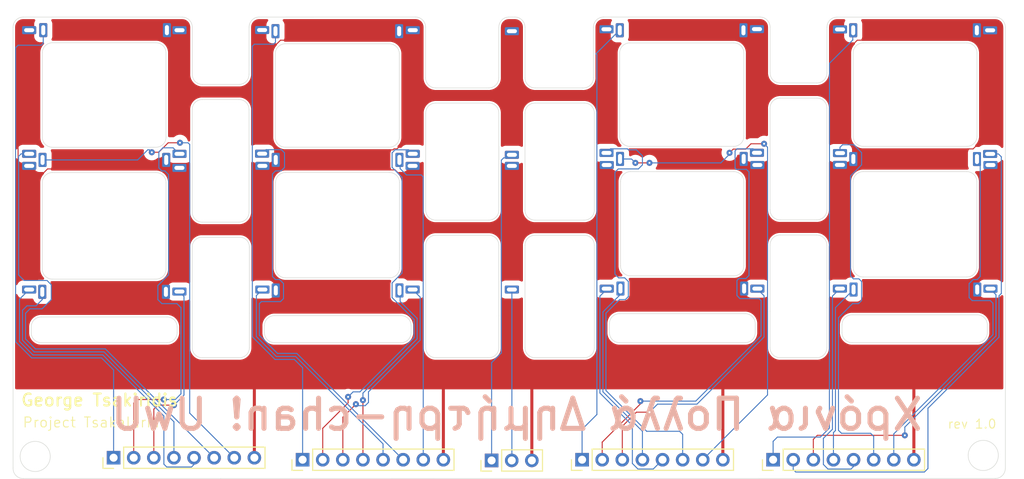
<source format=kicad_pcb>
(kicad_pcb (version 20240108) (generator "pcbnew") (generator_version "8.0")
  (layers (0 "F.Cu" signal) (31 "B.Cu" signal) (34 "B.Paste" user) (35 "F.Paste" user) (36 "B.SilkS" user "B.Silkscreen") (37 "F.SilkS" user "F.Silkscreen") (38 "B.Mask" user) (39 "F.Mask" user) (44 "Edge.Cuts" user))
  (net 0 "")
  (net 1 "Net-(A1-K)")
  (net 2 "Net-(A1-A)")
  (net 3 "Net-(A2-K)")
  (net 4 "Net-(A3-K)")
  (net 5 "Net-(A4-K)")
  (net 6 "Net-(B1-K)")
  (net 7 "Net-(B2-K)")
  (net 8 "Net-(B3-K)")
  (net 9 "Net-(B4-K)")
  (net 10 "Net-(C1-K)")
  (net 11 "Net-(C2-K)")
  (net 12 "Net-(C3-K)")
  (net 13 "Net-(C4-K)")
  (net 14 "Net-(D1-K)")
  (net 15 "Net-(D2-K)")
  (net 16 "Net-(D3-K)")
  (net 17 "Net-(D4-K)")
  (net 18 "Net-(E1-K)")
  (net 19 "Net-(E2-K)")
  (net 20 "Net-(E3-K)")
  (net 21 "Net-(E4-K)")
  (net 22 "Net-(F1-K)")
  (net 23 "Net-(F2-K)")
  (net 24 "Net-(F3-K)")
  (net 25 "Net-(F4-K)")
  (net 26 "Net-(G1-K)")
  (net 27 "Net-(G2-K)")
  (net 28 "Net-(G3-K)")
  (net 29 "Net-(G4-K)")
  (net 30 "Net-(J5-Pin_1)")
  (net 31 "Net-(J5-Pin_2)")
  (footprint "Custom Parts:LED Filament 12.3mm" (layer "F.Cu") (at 111.9404 75.7 90)
    (property "Reference" "C2" (hide yes))
    (property "Value" "LED" (hide yes))
  )
  (footprint "Connector_PinHeader_2.00mm:PinHeader_1x08_P2.00mm_Vertical" (layer "F.Cu") (at 82.2 98.4276 90)
    (property "Reference" "J1" (hide yes))
    (property "Value" "Conn_01x08_Pin" (hide yes))
  )
  (footprint "Custom Parts:LED Filament 12.3mm" (layer "F.Cu") (at 97 75.6994 90)
    (property "Reference" "E2" (hide yes))
    (property "Value" "LED" (hide yes))
  )
  (footprint "Custom Parts:LED Filament 12.3mm" (layer "F.Cu") (at 146.23219 75.611648 90)
    (property "Reference" "C3" (hide yes))
    (property "Value" "LED" (hide yes))
  )
  (footprint "Connector_PinHeader_2.00mm:PinHeader_1x03_P2.00mm_Vertical" (layer "F.Cu") (at 119.8 98.7 90)
    (property "Reference" "J5" (hide yes))
    (property "Value" "Conn_01x04_Pin" (hide yes))
  )
  (footprint "Custom Parts:LED Filament 12.3mm" (layer "F.Cu") (at 121.8145 62.3 90)
    (property "Reference" "P1" (hide yes))
    (property "Value" "LED" (hide yes))
  )
  (footprint "Connector_PinHeader_2.00mm:PinHeader_1x08_P2.00mm_Vertical" (layer "F.Cu") (at 101 98.6276 90)
    (property "Reference" "J2" (hide yes))
    (property "Value" "Conn_01x08_Pin" (hide yes))
  )
  (footprint "Custom Parts:LED Filament 12.3mm" (layer "F.Cu") (at 161.8 81.7)
    (property "Reference" "D4" (hide yes))
    (property "Value" "LED" (hide yes))
  )
  (footprint "Custom Parts:LED Filament 12.3mm" (layer "F.Cu") (at 73.8 75.7 90)
    (property "Reference" "E1" (hide yes))
    (property "Value" "LED" (hide yes))
  )
  (footprint "Custom Parts:LED Filament 12.3mm" (layer "F.Cu") (at 81.2028 55.8984)
    (property "Reference" "A1" (hide yes))
    (property "Value" "LED" (hide yes))
  )
  (footprint "Custom Parts:LED Filament 12.3mm" (layer "F.Cu") (at 131.2249 62.1088 90)
    (property "Reference" "F3" (hide yes))
    (property "Value" "LED" (hide yes))
  )
  (footprint "Custom Parts:LED Filament 12.3mm" (layer "F.Cu") (at 162.077242 68.717769 180)
    (property "Reference" "G4" (hide yes))
    (property "Value" "LED" (hide yes))
  )
  (footprint "Custom Parts:LED Filament 12.3mm" (layer "F.Cu") (at 131.247454 75.613505 90)
    (property "Reference" "E3" (hide yes))
    (property "Value" "LED" (hide yes))
  )
  (footprint "Custom Parts:LED Filament 12.3mm" (layer "F.Cu") (at 104.3 56)
    (property "Reference" "A2" (hide yes))
    (property "Value" "LED" (hide yes))
  )
  (footprint "Custom Parts:LED Filament 12.3mm" (layer "F.Cu") (at 73.8 62.2 90)
    (property "Reference" "F1" (hide yes))
    (property "Value" "LED" (hide yes))
  )
  (footprint "Custom Parts:LED Filament 12.3mm" (layer "F.Cu") (at 161.765764 55.90993)
    (property "Reference" "A4" (hide yes))
    (property "Value" "LED" (hide yes))
  )
  (footprint "Connector_PinHeader_2.00mm:PinHeader_1x08_P2.00mm_Vertical" (layer "F.Cu") (at 147.8 98.6276 90)
    (property "Reference" "J4" (hide yes))
    (property "Value" "Conn_01x08_Pin" (hide yes))
  )
  (footprint "Custom Parts:LED Filament 12.3mm" (layer "F.Cu") (at 138.547876 55.910678)
    (property "Reference" "A3" (hide yes))
    (property "Value" "LED" (hide yes))
  )
  (footprint "Custom Parts:LED Filament 12.3mm" (layer "F.Cu") (at 81.1042 81.9271)
    (property "Reference" "D1" (hide yes))
    (property "Value" "LED" (hide yes))
  )
  (footprint "Custom Parts:LED Filament 12.3mm" (layer "F.Cu") (at 111.956307 62.199032 90)
    (property "Reference" "B2" (hide yes))
    (property "Value" "LED" (hide yes))
  )
  (footprint "Custom Parts:LED Filament 12.3mm" (layer "F.Cu") (at 96.9697 62.1869 90)
    (property "Reference" "F2" (hide yes))
    (property "Value" "LED" (hide yes))
  )
  (footprint "Custom Parts:LED Filament 12.3mm" (layer "F.Cu") (at 138.57167 68.709373)
    (property "Reference" "G3" (hide yes))
    (property "Value" "LED" (hide yes))
  )
  (footprint "Custom Parts:LED Filament 12.3mm" (layer "F.Cu") (at 88.756307 62.202271 90)
    (property "Reference" "B1" (hide yes))
    (property "Value" "LED" (hide yes))
  )
  (footprint "Custom Parts:LED Filament 12.3mm" (layer "F.Cu") (at 138.6145 81.6)
    (property "Reference" "D3" (hide yes))
    (property "Value" "LED" (hide yes))
  )
  (footprint "Custom Parts:LED Filament 12.3mm" (layer "F.Cu") (at 81.1325 68.8066)
    (property "Reference" "G1" (hide yes))
    (property "Value" "LED" (hide yes))
  )
  (footprint "Custom Parts:LED Filament 12.3mm" (layer "F.Cu") (at 88.745142 75.897875 90)
    (property "Reference" "C1" (hide yes))
    (property "Value" "LED" (hide yes))
  )
  (footprint "Connector_PinHeader_2.00mm:PinHeader_1x08_P2.00mm_Vertical" (layer "F.Cu") (at 128.8 98.6276 90)
    (property "Reference" "J3" (hide yes))
    (property "Value" "Conn_01x08_Pin" (hide yes))
  )
  (footprint "Custom Parts:LED Filament 12.3mm" (layer "F.Cu") (at 154.445 75.6056 90)
    (property "Reference" "E4" (hide yes))
    (property "Value" "LED" (hide yes))
  )
  (footprint "Custom Parts:LED Filament 12.3mm" (layer "F.Cu") (at 154.4517 62.1248 90)
    (property "Reference" "F4" (hide yes))
    (property "Value" "LED" (hide yes))
  )
  (footprint "Custom Parts:LED Filament 12.3mm" (layer "F.Cu") (at 169.3831 62.2116 90)
    (property "Reference" "B4" (hide yes))
    (property "Value" "LED" (hide yes))
  )
  (footprint "Custom Parts:LED Filament 12.3mm" (layer "F.Cu") (at 169.418845 75.613505 90)
    (property "Reference" "C4" (hide yes))
    (property "Value" "LED" (hide yes))
  )
  (footprint "Custom Parts:LED Filament 12.3mm" (layer "F.Cu") (at 104.633978 81.789802 180)
    (property "Reference" "D2" (hide yes))
    (property "Value" "LED" (hide yes))
  )
  (footprint "Custom Parts:LED Filament 12.3mm" (layer "F.Cu") (at 104.628395 68.805582 180)
    (property "Reference" "G2" (hide yes))
    (property "Value" "LED" (hide yes))
  )
  (footprint "Custom Parts:LED Filament 12.3mm" (layer "F.Cu") (at 121.8145 75.7 90)
    (property "Reference" "P2" (hide yes))
    (property "Value" "LED" (hide yes))
  )
  (footprint "Custom Parts:LED Filament 12.3mm" (layer "F.Cu") (at 146.194 62.0968 90)
    (property "Reference" "B3" (hide yes))
    (property "Value" "LED" (hide yes))
  )
  (gr_arc (start 156.753352 80.453237) (mid 156.049954 80.164016) (end 155.753307 79.463718) (stroke (width 0.05)) (layer "Edge.Cuts"))
  (gr_arc (start 120.518208 73.797535) (mid 120.228967 74.501034) (end 119.52854 74.797635) (stroke (width 0.05)) (layer "Edge.Cuts"))
  (gr_line (start 133.536152 67.456529) (end 143.890352 67.456529) (stroke (width 0.05)) (layer "Edge.Cuts"))
  (gr_line (start 168.067989 79.453235) (end 168.067989 70.96278) (stroke (width 0.05)) (layer "Edge.Cuts"))
  (gr_line (start 95.673478 73.997635) (end 95.673478 63.797635) (stroke (width 0.05)) (layer "Edge.Cuts"))
  (gr_line (start 131.518208 85.097635) (end 131.518208 85.982435) (stroke (width 0.05)) (layer "Edge.Cuts"))
  (gr_line (start 109.624052 57.253734) (end 99.277288 57.253734) (stroke (width 0.05)) (layer "Edge.Cuts"))
  (gr_line (start 133.623652 80.339399) (end 143.895376 80.339399) (stroke (width 0.05)) (layer "Edge.Cuts"))
  (gr_arc (start 170.892893 99.492893) (mid 170.6 100.2) (end 169.892893 100.492893) (stroke (width 0.05)) (layer "Edge.Cuts"))
  (gr_line (start 99.308652 80.535394) (end 109.639352 80.535394) (stroke (width 0.05)) (layer "Edge.Cuts"))
  (gr_arc (start 75.109334 58.154135) (mid 75.400114 57.44914) (end 76.103352 57.154135) (stroke (width 0.05)) (layer "Edge.Cuts"))
  (gr_line (start 152.148752 62.653662) (end 148.494511 62.653662) (stroke (width 0.05)) (layer "Edge.Cuts"))
  (gr_line (start 72.2 99.45) (end 72.2 55.6) (stroke (width 0.05)) (layer "Edge.Cuts"))
  (gr_line (start 145.018252 84.097635) (end 132.518208 84.097635) (stroke (width 0.05)) (layer "Edge.Cuts"))
  (gr_line (start 98.308557 71.056635) (end 98.308557 79.54656) (stroke (width 0.05)) (layer "Edge.Cuts"))
  (gr_arc (start 87.41523 79.663735) (mid 87.122335 80.370834) (end 86.41523 80.663738) (stroke (width 0.05)) (layer "Edge.Cuts"))
  (gr_line (start 124.118252 74.797635) (end 128.9 74.797635) (stroke (width 0.05)) (layer "Edge.Cuts"))
  (gr_line (start 86.415252 70.065265) (end 76.100853 70.065265) (stroke (width 0.05)) (layer "Edge.Cuts"))
  (gr_line (start 90.023626 55.8) (end 90.023626 55.599983) (stroke (width 0.05)) (layer "Edge.Cuts"))
  (gr_arc (start 132.518252 86.982497) (mid 131.811137 86.68958) (end 131.51829 85.982435) (stroke (width 0.05)) (layer "Edge.Cuts"))
  (gr_arc (start 113.244113 77.297635) (mid 113.53701 76.59055) (end 114.244113 76.297635) (stroke (width 0.05)) (layer "Edge.Cuts"))
  (gr_arc (start 130.018208 73.797535) (mid 129.728967 74.501034) (end 129.02854 74.797635) (stroke (width 0.05)) (layer "Edge.Cuts"))
  (gr_arc (start 94.743752 76.497635) (mid 95.422575 76.778812) (end 95.703752 77.457635) (stroke (width 0.05)) (layer "Edge.Cuts"))
  (gr_line (start 148.494552 88.482497) (end 152.148702 88.482497) (stroke (width 0.05)) (layer "Edge.Cuts"))
  (gr_line (start 96.671425 54.598088) (end 112.231315 54.596027) (stroke (width 0.05)) (layer "Edge.Cuts"))
  (gr_arc (start 109.639352 70.05666) (mid 110.344258 70.34737) (end 110.639308 71.050471) (stroke (width 0.05)) (layer "Edge.Cuts"))
  (gr_arc (start 94.673452 62.797635) (mid 95.380559 63.090528) (end 95.673452 63.797635) (stroke (width 0.05)) (layer "Edge.Cuts"))
  (gr_arc (start 95.673478 73.997635) (mid 95.383122 74.702206) (end 94.680663 74.997635) (stroke (width 0.05)) (layer "Edge.Cuts"))
  (gr_arc (start 73.207107 100.5) (mid 72.479651 100.189755) (end 72.2 99.45) (stroke (width 0.05)) (layer "Edge.Cuts"))
  (gr_line (start 123.118208 64.147635) (end 123.118208 73.808023) (stroke (width 0.05)) (layer "Edge.Cuts"))
  (gr_line (start 147.494511 77.272035) (end 147.494511 83.868426) (stroke (width 0.05)) (layer "Edge.Cuts"))
  (gr_line (start 76.106852 80.663738) (end 86.41523 80.663738) (stroke (width 0.05)) (layer "Edge.Cuts"))
  (gr_line (start 75.109334 58.154135) (end 75.109334 66.546135) (stroke (width 0.05)) (layer "Edge.Cuts"))
  (gr_arc (start 168.079844 66.456135) (mid 167.786944 67.163204) (end 167.079844 67.45609) (stroke (width 0.05)) (layer "Edge.Cuts"))
  (gr_arc (start 120.518208 60.634735) (mid 120.225277 61.347226) (end 119.515907 61.647635) (stroke (width 0.05)) (layer "Edge.Cuts"))
  (gr_arc (start 132.536028 58.168435) (mid 132.828926 57.461355) (end 133.536028 57.168465) (stroke (width 0.05)) (layer "Edge.Cuts"))
  (gr_line (start 95.673478 60.297635) (end 95.675603 55.596035) (stroke (width 0.05)) (layer "Edge.Cuts"))
  (gr_arc (start 131.518208 85.097635) (mid 131.811105 84.390548) (end 132.518208 84.097635) (stroke (width 0.05)) (layer "Edge.Cuts"))
  (gr_line (start 91.023652 61.297635) (end 94.680663 61.297635) (stroke (width 0.05)) (layer "Edge.Cuts"))
  (gr_circle (center 74.4 98.3) (end 75.9 98.3) (stroke (width 0.05)) (fill none) (layer "Edge.Cuts"))
  (gr_arc (start 120.521399 55.596035) (mid 120.806923 54.897642) (end 121.5 54.599445) (stroke (width 0.05)) (layer "Edge.Cuts"))
  (gr_arc (start 133.536152 67.456529) (mid 132.833109 67.167755) (end 132.536028 66.468182) (stroke (width 0.05)) (layer "Edge.Cuts"))
  (gr_circle (center 168.7 98.2) (end 170.2 98.2) (stroke (width 0.05)) (fill none) (layer "Edge.Cuts"))
  (gr_arc (start 124.118252 74.797635) (mid 123.414822 74.508382) (end 123.118208 73.808023) (stroke (width 0.05)) (layer "Edge.Cuts"))
  (gr_line (start 147.497727 55.596016) (end 147.497727 60.153635) (stroke (width 0.05)) (layer "Edge.Cuts"))
  (gr_line (start 130.925627 54.596032) (end 146.5 54.596029) (stroke (width 0.05)) (layer "Edge.Cuts"))
  (gr_line (start 113.244113 64.147635) (end 113.244113 64.25) (stroke (width 0.05)) (layer "Edge.Cuts"))
  (gr_arc (start 168.067989 79.453235) (mid 167.775092 80.16032) (end 167.067989 80.453237) (stroke (width 0.05)) (layer "Edge.Cuts"))
  (gr_line (start 92.861102 100.5) (end 73.207107 100.5) (stroke (width 0.05)) (layer "Edge.Cuts"))
  (gr_line (start 94.673452 62.797635) (end 91.01388 62.797635) (stroke (width 0.05)) (layer "Edge.Cuts"))
  (gr_arc (start 124.131152 61.647635) (mid 123.41863 61.354692) (end 123.118208 60.645291) (stroke (width 0.05)) (layer "Edge.Cuts"))
  (gr_line (start 90.023626 55.8) (end 90.023626 60.297635) (stroke (width 0.05)) (layer "Edge.Cuts"))
  (gr_line (start 144.889037 79.339435) (end 144.889037 70.964905) (stroke (width 0.05)) (layer "Edge.Cuts"))
  (gr_line (start 88.518342 85.982535) (end 88.518342 85.424735) (stroke (width 0.05)) (layer "Edge.Cuts"))
  (gr_arc (start 86.415252 70.065265) (mid 87.122348 70.35816) (end 87.41523 71.065265) (stroke (width 0.05)) (layer "Edge.Cuts"))
  (gr_arc (start 119.518252 63.147635) (mid 120.225323 63.440534) (end 120.518208 64.147635) (stroke (width 0.05)) (layer "Edge.Cuts"))
  (gr_arc (start 130.018208 87.482535) (mid 129.725312 88.189626) (end 129.018208 88.482497) (stroke (width 0.05)) (layer "Edge.Cuts"))
  (gr_arc (start 72.2 55.6) (mid 72.492893 54.892893) (end 73.2 54.6) (stroke (width 0.05)) (layer "Edge.Cuts"))
  (gr_arc (start 148.497752 61.153662) (mid 147.790626 60.860761) (end 147.497727 60.153635) (stroke (width 0.05)) (layer "Edge.Cuts"))
  (gr_line (start 148.494552 74.772059) (end 152.148652 74.772059) (stroke (width 0.05)) (layer "Edge.Cuts"))
  (gr_line (start 98.280745 58.253735) (end 98.280745 66.541535) (stroke (width 0.05)) (layer "Edge.Cuts"))
  (gr_line (start 168.079844 66.456135) (end 168.079844 58.168904) (stroke (width 0.05)) (layer "Edge.Cuts"))
  (gr_line (start 74.003752 85.424735) (end 74.003752 85.99348) (stroke (width 0.05)) (layer "Edge.Cuts"))
  (gr_line (start 170.9 55.603209) (end 170.9 99.492893) (stroke (width 0.05)) (layer "Edge.Cuts"))
  (gr_line (start 114.244252 61.647635) (end 119.515907 61.647635) (stroke (width 0.05)) (layer "Edge.Cuts"))
  (gr_line (start 99.280752 67.541536) (end 109.624048 67.541536) (stroke (width 0.05)) (layer "Edge.Cuts"))
  (gr_line (start 123.118208 77.297635) (end 123.11829 87.482435) (stroke (width 0.05)) (layer "Edge.Cuts"))
  (gr_arc (start 120.518208 87.482535) (mid 120.225312 88.189626) (end 119.518208 88.482497) (stroke (width 0.05)) (layer "Edge.Cuts"))
  (gr_line (start 109.639352 70.05666) (end 99.302228 70.05666) (stroke (width 0.05)) (layer "Edge.Cuts"))
  (gr_line (start 92.861102 100.5) (end 169.9 100.492893) (stroke (width 0.05)) (layer "Edge.Cuts"))
  (gr_line (start 153.148702 73.772035) (end 153.148702 63.646853) (stroke (width 0.05)) (layer "Edge.Cuts"))
  (gr_arc (start 132.623682 70.970835) (mid 132.912479 70.267779) (end 133.61209 69.970733) (stroke (width 0.05)) (layer "Edge.Cuts"))
  (gr_arc (start 148.494552 88.482497) (mid 147.787437 88.18958) (end 147.49459 87.482435) (stroke (width 0.05)) (layer "Edge.Cuts"))
  (gr_arc (start 147.494511 63.653635) (mid 147.787408 62.946549) (end 148.494511 62.653662) (stroke (width 0.05)) (layer "Edge.Cuts"))
  (gr_line (start 110.792852 84.294419) (end 98.203752 84.294435) (stroke (width 0.05)) (layer "Edge.Cuts"))
  (gr_line (start 143.890352 57.168465) (end 133.536028 57.168465) (stroke (width 0.05)) (layer "Edge.Cuts"))
  (gr_line (start 111.792886 85.982535) (end 111.792886 85.294435) (stroke (width 0.05)) (layer "Edge.Cuts"))
  (gr_arc (start 155.648652 86.982497) (mid 154.941559 86.689601) (end 154.648702 85.982497) (stroke (width 0.05)) (layer "Edge.Cuts"))
  (gr_line (start 76.109352 67.546153) (end 86.412752 67.546153) (stroke (width 0.05)) (layer "Edge.Cuts"))
  (gr_arc (start 129.018252 76.297635) (mid 129.725323 76.590534) (end 130.018208 77.297635) (stroke (width 0.05)) (layer "Edge.Cuts"))
  (gr_arc (start 97.203752 85.294435) (mid 97.496645 84.587328) (end 98.203752 84.294435) (stroke (width 0.05)) (layer "Edge.Cuts"))
  (gr_line (start 154.151849 54.603209) (end 169.892896 54.603209) (stroke (width 0.05)) (layer "Edge.Cuts"))
  (gr_line (start 132.536028 58.168435) (end 132.536028 66.468182) (stroke (width 0.05)) (layer "Edge.Cuts"))
  (gr_arc (start 114.244152 61.647635) (mid 113.531926 61.354885) (end 113.231315 60.645941) (stroke (width 0.05)) (layer "Edge.Cuts"))
  (gr_line (start 91.018452 88.482497) (end 94.703752 88.482497) (stroke (width 0.05)) (layer "Edge.Cuts"))
  (gr_arc (start 167.067952 69.971757) (mid 167.771876 70.261508) (end 168.067989 70.96278) (stroke (width 0.05)) (layer "Edge.Cuts"))
  (gr_line (start 90.018342 84.053215) (end 90.018342 87.492534) (stroke (width 0.05)) (layer "Edge.Cuts"))
  (gr_line (start 129.02854 74.797635) (end 128.9 74.797635) (stroke (width 0.05)) (layer "Edge.Cuts"))
  (gr_arc (start 76.106852 80.663738) (mid 75.401616 80.372712) (end 75.106864 79.669026) (stroke (width 0.05)) (layer "Edge.Cuts"))
  (gr_arc (start 155.762436 58.168935) (mid 156.055334 57.461817) (end 156.762452 57.168919) (stroke (width 0.05)) (layer "Edge.Cuts"))
  (gr_arc (start 169.103714 85.982535) (mid 168.810832 86.689615) (end 168.103752 86.982497) (stroke (width 0.05)) (layer "Edge.Cuts"))
  (gr_line (start 155.75 84.212497) (end 155.648752 84.212497) (stroke (width 0.05)) (layer "Edge.Cuts"))
  (gr_line (start 120.518208 84.328231) (end 120.518208 87.482535) (stroke (width 0.05)) (layer "Edge.Cuts"))
  (gr_arc (start 98.203852 86.982497) (mid 97.500582 86.693486) (end 97.203752 85.99348) (stroke (width 0.05)) (layer "Edge.Cuts"))
  (gr_line (start 147.494511 83.868426) (end 147.494511 87.482435) (stroke (width 0.05)) (layer "Edge.Cuts"))
  (gr_line (start 113.244113 84.319197) (end 113.244113 87.482435) (stroke (width 0.05)) (layer "Edge.Cuts"))
  (gr_line (start 114.244152 74.797635) (end 119.52854 74.797635) (stroke (width 0.05)) (layer "Edge.Cuts"))
  (gr_arc (start 110.792852 84.294419) (mid 111.49997 84.587317) (end 111.792868 85.294435) (stroke (width 0.05)) (layer "Edge.Cuts"))
  (gr_arc (start 146.018208 85.982535) (mid 145.725312 86.689626) (end 145.018208 86.982497) (stroke (width 0.05)) (layer "Edge.Cuts"))
  (gr_arc (start 146.5 54.596029) (mid 147.205652 54.889711) (end 147.497761 55.596016) (stroke (width 0.05)) (layer "Edge.Cuts"))
  (gr_line (start 95.703752 84.053215) (end 95.703752 87.482535) (stroke (width 0.05)) (layer "Edge.Cuts"))
  (gr_line (start 90.018342 63.797635) (end 90.018342 73.997635) (stroke (width 0.05)) (layer "Edge.Cuts"))
  (gr_line (start 87.41276 66.546135) (end 87.41276 58.154135) (stroke (width 0.05)) (layer "Edge.Cuts"))
  (gr_line (start 129.928651 60.634835) (end 129.928651 55.596035) (stroke (width 0.05)) (layer "Edge.Cuts"))
  (gr_line (start 147.494511 73.75) (end 147.494511 73.772035) (stroke (width 0.05)) (layer "Edge.Cuts"))
  (gr_line (start 144.89035 66.456535) (end 144.89035 58.168465) (stroke (width 0.05)) (layer "Edge.Cuts"))
  (gr_arc (start 167.079852 57.168904) (mid 167.786934 57.461801) (end 168.079844 58.168904) (stroke (width 0.05)) (layer "Edge.Cuts"))
  (gr_line (start 95.703752 84.053215) (end 95.703752 77.457635) (stroke (width 0.05)) (layer "Edge.Cuts"))
  (gr_arc (start 99.280752 67.541536) (mid 98.573645 67.248642) (end 98.280751 66.541535) (stroke (width 0.05)) (layer "Edge.Cuts"))
  (gr_line (start 87.518352 84.424742) (end 75.000011 84.424742) (stroke (width 0.05)) (layer "Edge.Cuts"))
  (gr_arc (start 90.018342 77.457635) (mid 90.297975 76.780356) (end 90.973971 76.497635) (stroke (width 0.05)) (layer "Edge.Cuts"))
  (gr_arc (start 98.280745 58.253735) (mid 98.572417 57.547849) (end 99.277288 57.253734) (stroke (width 0.05)) (layer "Edge.Cuts"))
  (gr_arc (start 129.018252 63.147635) (mid 129.725323 63.440534) (end 130.018208 64.147635) (stroke (width 0.05)) (layer "Edge.Cuts"))
  (gr_line (start 124.118252 88.482497) (end 129.018208 88.482497) (stroke (width 0.05)) (layer "Edge.Cuts"))
  (gr_arc (start 74.003752 85.424735) (mid 74.295324 84.718952) (end 75.000011 84.424742) (stroke (width 0.05)) (layer "Edge.Cuts"))
  (gr_arc (start 86.412752 57.154135) (mid 87.119859 57.447028) (end 87.412752 58.154135) (stroke (width 0.05)) (layer "Edge.Cuts"))
  (gr_line (start 73.2 54.6) (end 89.0236 54.599992) (stroke (width 0.05)) (layer "Edge.Cuts"))
  (gr_arc (start 155.753307 70.971735) (mid 156.046204 70.264648) (end 156.753307 69.971757) (stroke (width 0.05)) (layer "Edge.Cuts"))
  (gr_arc (start 168.103752 84.212497) (mid 168.806478 84.501021) (end 169.103714 85.200107) (stroke (width 0.05)) (layer "Edge.Cuts"))
  (gr_arc (start 87.518352 84.424742) (mid 88.225454 84.717633) (end 88.518342 85.424735) (stroke (width 0.05)) (layer "Edge.Cuts"))
  (gr_arc (start 156.762552 67.45609) (mid 156.058419 67.166221) (end 155.762436 66.464637) (stroke (width 0.05)) (layer "Edge.Cuts"))
  (gr_arc (start 153.14823 73.772035) (mid 152.855657 74.478606) (end 152.149224 74.771513) (stroke (width 0.05)) (layer "Edge.Cuts"))
  (gr_line (start 146.018208 85.982535) (end 146.018208 85.097635) (stroke (width 0.05)) (layer "Edge.Cuts"))
  (gr_arc (start 89.0236 54.599992) (mid 89.730723 54.892872) (end 90.0236 55.599983) (stroke (width 0.05)) (layer "Edge.Cuts"))
  (gr_arc (start 148.494552 74.772059) (mid 147.787428 74.479159) (end 147.494528 73.772035) (stroke (width 0.05)) (layer "Edge.Cuts"))
  (gr_line (start 94.743752 76.497635) (end 90.973971 76.497635) (stroke (width 0.05)) (layer "Edge.Cuts"))
  (gr_arc (start 112.231315 54.596027) (mid 112.938449 54.888907) (end 113.23136 55.596027) (stroke (width 0.05)) (layer "Edge.Cuts"))
  (gr_arc (start 111.792886 85.982535) (mid 111.499989 86.689618) (end 110.792886 86.982497) (stroke (width 0.05)) (layer "Edge.Cuts"))
  (gr_line (start 90.018342 77.457635) (end 90.018342 84.053215) (stroke (width 0.05)) (layer "Edge.Cuts"))
  (gr_arc (start 154.648702 85.212535) (mid 154.941616 84.505428) (end 155.648752 84.212585) (stroke (width 0.05)) (layer "Edge.Cuts"))
  (gr_line (start 147.494511 63.653635) (end 147.494511 73.75) (stroke (width 0.05)) (layer "Edge.Cuts"))
  (gr_arc (start 144.89035 66.456535) (mid 144.597457 67.16364) (end 143.890352 67.456529) (stroke (width 0.05)) (layer "Edge.Cuts"))
  (gr_line (start 132.623682 70.970835) (end 132.623682 79.339399) (stroke (width 0.05)) (layer "Edge.Cuts"))
  (gr_line (start 130.018208 73.797535) (end 130.018208 64.147635) (stroke (width 0.05)) (layer "Edge.Cuts"))
  (gr_arc (start 119.518252 76.297635) (mid 120.225323 76.590534) (end 120.518208 77.297635) (stroke (width 0.05)) (layer "Edge.Cuts"))
  (gr_arc (start 143.889052 69.970733) (mid 144.594096 70.261569) (end 144.889037 70.964905) (stroke (width 0.05)) (layer "Edge.Cuts"))
  (gr_line (start 75.003752 86.982497) (end 87.5257 86.982497) (stroke (width 0.05)) (layer "Edge.Cuts"))
  (gr_line (start 167.079852 57.168904) (end 156.762452 57.168904) (stroke (width 0.05)) (layer "Edge.Cuts"))
  (gr_line (start 130.018208 84.113831) (end 130.018208 87.482535) (stroke (width 0.05)) (layer "Edge.Cuts"))
  (gr_line (start 124.131152 61.647635) (end 128.852389 61.648711) (stroke (width 0.05)) (layer "Edge.Cuts"))
  (gr_arc (start 110.639308 79.535435) (mid 110.346428 80.242511) (end 109.639352 80.535394) (stroke (width 0.05)) (layer "Edge.Cuts"))
  (gr_line (start 110.624048 66.541535) (end 110.624048 58.250573) (stroke (width 0.05)) (layer "Edge.Cuts"))
  (gr_line (start 97.203752 85.294435) (end 97.203752 85.99348) (stroke (width 0.05)) (layer "Edge.Cuts"))
  (gr_arc (start 123.118208 64.147635) (mid 123.411105 63.440548) (end 124.118208 63.147635) (stroke (width 0.05)) (layer "Edge.Cuts"))
  (gr_arc (start 129.931712 60.634835) (mid 129.611374 61.375254) (end 128.852389 61.648711) (stroke (width 0.05)) (layer "Edge.Cuts"))
  (gr_line (start 130.018208 84.113831) (end 130.018208 77.297635) (stroke (width 0.05)) (layer "Edge.Cuts"))
  (gr_line (start 113.244113 77.297635) (end 113.244113 84.319197) (stroke (width 0.05)) (layer "Edge.Cuts"))
  (gr_arc (start 145.018252 84.097635) (mid 145.725323 84.390534) (end 146.018208 85.097635) (stroke (width 0.05)) (layer "Edge.Cuts"))
  (gr_line (start 113.231315 55.596027) (end 113.231315 60.645941) (stroke (width 0.05)) (layer "Edge.Cuts"))
  (gr_line (start 169.103714 85.982535) (end 169.103714 85.200107) (stroke (width 0.05)) (layer "Edge.Cuts"))
  (gr_arc (start 147.494511 77.272035) (mid 147.787408 76.564949) (end 148.494511 76.272059) (stroke (width 0.05)) (layer "Edge.Cuts"))
  (gr_arc (start 152.107952 76.272059) (mid 152.841286 76.574299) (end 153.148702 77.305479) (stroke (width 0.05)) (layer "Edge.Cuts"))
  (gr_line (start 153.155426 60.153535) (end 153.155426 55.596035) (stroke (width 0.05)) (layer "Edge.Cuts"))
  (gr_line (start 123.118205 55.60409) (end 123.118208 60.645291) (stroke (width 0.05)) (layer "Edge.Cuts"))
  (gr_line (start 114.244152 88.482497) (end 119.518208 88.482497) (stroke (width 0.05)) (layer "Edge.Cuts"))
  (gr_arc (start 98.308557 71.056635) (mid 98.599216 70.351771) (end 99.302228 70.05666) (stroke (width 0.05)) (layer "Edge.Cuts"))
  (gr_line (start 132.518252 86.982497) (end 145.018208 86.982497) (stroke (width 0.05)) (layer "Edge.Cuts"))
  (gr_line (start 155.762436 58.168935) (end 155.762436 66.464637) (stroke (width 0.05)) (layer "Edge.Cuts"))
  (gr_arc (start 144.889037 79.339435) (mid 144.598381 80.044292) (end 143.895376 80.339399) (stroke (width 0.05)) (layer "Edge.Cuts"))
  (gr_arc (start 143.890352 57.168465) (mid 144.597448 57.46136) (end 144.89035 58.168465) (stroke (width 0.05)) (layer "Edge.Cuts"))
  (gr_line (start 120.518208 84.328231) (end 120.518208 77.297635) (stroke (width 0.05)) (layer "Edge.Cuts"))
  (gr_arc (start 152.148752 62.653662) (mid 152.853438 62.944154) (end 153.148702 63.646853) (stroke (width 0.05)) (layer "Edge.Cuts"))
  (gr_arc (start 153.155426 60.153535) (mid 152.862402 60.860957) (end 152.15498 61.153981) (stroke (width 0.05)) (layer "Edge.Cuts"))
  (gr_arc (start 76.109352 67.546153) (mid 75.402232 67.253255) (end 75.109334 66.546135) (stroke (width 0.05)) (layer "Edge.Cuts"))
  (gr_arc (start 75.106864 71.065235) (mid 75.397636 70.360261) (end 76.100853 70.065265) (stroke (width 0.05)) (layer "Edge.Cuts"))
  (gr_arc (start 91.023652 61.297635) (mid 90.316545 61.004742) (end 90.023652 60.297635) (stroke (width 0.05)) (layer "Edge.Cuts"))
  (gr_arc (start 153.159023 55.596035) (mid 153.449815 54.894001) (end 154.151849 54.603209) (stroke (width 0.05)) (layer "Edge.Cuts"))
  (gr_arc (start 91.018352 74.997635) (mid 90.311245 74.704742) (end 90.018352 73.997635) (stroke (width 0.05)) (layer "Edge.Cuts"))
  (gr_arc (start 169.892896 54.603209) (mid 170.6 54.896103) (end 170.892896 55.603209) (stroke (width 0.05)) (layer "Edge.Cuts"))
  (gr_arc (start 95.703752 87.482535) (mid 95.410853 88.189606) (end 94.703752 88.482497) (stroke (width 0.05)) (layer "Edge.Cuts"))
  (gr_line (start 155.648652 86.982497) (end 168.103752 86.982497) (stroke (width 0.05)) (layer "Edge.Cuts"))
  (gr_line (start 119.518252 63.147635) (end 114.244113 63.147635) (stroke (width 0.05)) (layer "Edge.Cuts"))
  (gr_line (start 156.753352 80.453237) (end 167.067989 80.453237) (stroke (width 0.05)) (layer "Edge.Cuts"))
  (gr_arc (start 114.244152 88.482497) (mid 113.537037 88.18958) (end 113.24419 87.482435) (stroke (width 0.05)) (layer "Edge.Cuts"))
  (gr_line (start 121.5 54.599445) (end 122.118252 54.598466) (stroke (width 0.05)) (layer "Edge.Cuts"))
  (gr_arc (start 109.624052 57.253734) (mid 110.330041 57.54551) (end 110.624048 58.250573) (stroke (width 0.05)) (layer "Edge.Cuts"))
  (gr_arc (start 95.673478 60.297635) (mid 95.383122 61.002206) (end 94.680663 61.297635) (stroke (width 0.05)) (layer "Edge.Cuts"))
  (gr_arc (start 129.928651 55.596035) (mid 130.220476 54.889998) (end 130.925627 54.596032) (stroke (width 0.05)) (layer "Edge.Cuts"))
  (gr_arc (start 91.018452 88.482497) (mid 90.314846 88.193153) (end 90.018342 87.492534) (stroke (width 0.05)) (layer "Edge.Cuts"))
  (gr_line (start 153.148702 83.5) (end 153.148702 87.482535) (stroke (width 0.05)) (layer "Edge.Cuts"))
  (gr_arc (start 133.623652 80.339399) (mid 132.916558 80.046504) (end 132.623682 79.339399) (stroke (width 0.05)) (layer "Edge.Cuts"))
  (gr_line (start 168.103752 84.212497) (end 155.75 84.212497) (stroke (width 0.05)) (layer "Edge.Cuts"))
  (gr_arc (start 95.675603 55.596035) (mid 95.967144 54.891131) (end 96.671425 54.598088) (stroke (width 0.05)) (layer "Edge.Cuts"))
  (gr_line (start 167.067952 69.971757) (end 156.753307 69.971757) (stroke (width 0.05)) (layer "Edge.Cuts"))
  (gr_arc (start 124.118252 88.482497) (mid 123.411137 88.18958) (end 123.11829 87.482435) (stroke (width 0.05)) (layer "Edge.Cuts"))
  (gr_line (start 153.148702 83.5) (end 153.148702 77.305479) (stroke (width 0.05)) (layer "Edge.Cuts"))
  (gr_arc (start 90.018342 63.797635) (mid 90.309659 63.092104) (end 91.01388 62.797635) (stroke (width 0.05)) (layer "Edge.Cuts"))
  (gr_line (start 143.889052 69.970733) (end 133.61209 69.970733) (stroke (width 0.05)) (layer "Edge.Cuts"))
  (gr_arc (start 99.308652 80.535394) (mid 98.605448 80.246447) (end 98.308557 79.54656) (stroke (width 0.05)) (layer "Edge.Cuts"))
  (gr_arc (start 88.518342 85.982535) (mid 88.228045 86.687032) (end 87.5257 86.982497) (stroke (width 0.05)) (layer "Edge.Cuts"))
  (gr_line (start 129.018252 63.147635) (end 124.118208 63.147635) (stroke (width 0.05)) (layer "Edge.Cuts"))
  (gr_arc (start 123.118208 77.297635) (mid 123.411105 76.590548) (end 124.118208 76.297635) (stroke (width 0.05)) (layer "Edge.Cuts"))
  (gr_line (start 87.41523 79.663735) (end 87.41523 71.065265) (stroke (width 0.05)) (layer "Edge.Cuts"))
  (gr_line (start 98.203852 86.982497) (end 110.792886 86.982497) (stroke (width 0.05)) (layer "Edge.Cuts"))
  (gr_line (start 148.497752 61.153662) (end 152.15498 61.153981) (stroke (width 0.05)) (layer "Edge.Cuts"))
  (gr_line (start 129.018252 76.297635) (end 124.118208 76.297635) (stroke (width 0.05)) (layer "Edge.Cuts"))
  (gr_line (start 110.639308 79.535435) (end 110.639308 71.050471) (stroke (width 0.05)) (layer "Edge.Cuts"))
  (gr_arc (start 110.624048 66.541535) (mid 110.331155 67.24864) (end 109.624048 67.541536) (stroke (width 0.05)) (layer "Edge.Cuts"))
  (gr_line (start 119.518252 76.297635) (end 114.244113 76.297635) (stroke (width 0.05)) (layer "Edge.Cuts"))
  (gr_arc (start 87.41276 66.546135) (mid 87.119864 67.253247) (end 86.412752 67.546143) (stroke (width 0.05)) (layer "Edge.Cuts"))
  (gr_line (start 86.412752 57.154135) (end 76.103352 57.154135) (stroke (width 0.05)) (layer "Edge.Cuts"))
  (gr_line (start 155.753307 70.971735) (end 155.753307 79.463718) (stroke (width 0.05)) (layer "Edge.Cuts"))
  (gr_arc (start 113.244113 64.147635) (mid 113.53701 63.44055) (end 114.244113 63.147635) (stroke (width 0.05)) (layer "Edge.Cuts"))
  (gr_arc (start 122.118252 54.598466) (mid 122.827333 54.893352) (end 123.118205 55.60409) (stroke (width 0.05)) (layer "Edge.Cuts"))
  (gr_arc (start 75.003752 86.982497) (mid 74.300547 86.693451) (end 74.003752 85.99348) (stroke (width 0.05)) (layer "Edge.Cuts"))
  (gr_line (start 152.107952 76.272059) (end 148.5 76.272059) (stroke (width 0.05)) (layer "Edge.Cuts"))
  (gr_line (start 154.648702 85.212535) (end 154.648702 85.982497) (stroke (width 0.05)) (layer "Edge.Cuts"))
  (gr_line (start 91.018352 74.997635) (end 94.680663 74.997635) (stroke (width 0.05)) (layer "Edge.Cuts"))
  (gr_line (start 120.518208 73.797535) (end 120.518208 64.147635) (stroke (width 0.05)) (layer "Edge.Cuts"))
  (gr_line (start 120.518208 60.634735) (end 120.518208 55.596035) (stroke (width 0.05)) (layer "Edge.Cuts"))
  (gr_line (start 75.106864 71.065235) (end 75.106864 79.669026) (stroke (width 0.05)) (layer "Edge.Cuts"))
  (gr_arc (start 114.244152 74.797635) (mid 113.540887 74.508545) (end 113.244113 73.808489) (stroke (width 0.05)) (layer "Edge.Cuts"))
  (gr_arc (start 153.148702 87.482535) (mid 152.855806 88.189624) (end 152.148702 88.482497) (stroke (width 0.05)) (layer "Edge.Cuts"))
  (gr_line (start 156.762552 67.45609) (end 167.079844 67.45609) (stroke (width 0.05)) (layer "Edge.Cuts"))
  (gr_line (start 113.244113 64.25) (end 113.244113 73.808489) (stroke (width 0.05)) (layer "Edge.Cuts"))
  (gr_text "Χρόνια Πολλά Δημήτρη-chan! UwU" (at 122.3 95.9 0) (layer "B.SilkS") (effects (font (size 3 3) (thickness 0.5) (bold yes)) (justify bottom mirror)))
  (gr_text "rev 1.0" (at 165.1 95.6 0) (layer "F.SilkS") (effects (font (size 0.9 0.9) (thickness 0.1)) (justify left bottom)))
  (gr_text "Project Tsakalarm" (at 73.1 95.5 0) (layer "F.SilkS") (effects (font (size 1 1) (thickness 0.1)) (justify left bottom)))
  (gr_text "George Tsakiridis" (at 72.9 93.4 0) (layer "F.SilkS") (effects (font (size 1.2 1.2) (thickness 0.2) (bold yes)) (justify left bottom)))
  (segment (start 75.2028 57.1972) (end 75 57.4) (width 0.1) (layer "B.Cu") (net 1))
  (segment (start 72.45 86.898417) (end 74.051583 88.5) (width 0.1) (layer "B.Cu") (net 1))
  (segment (start 74.051583 88.5) (end 80.999608 88.5) (width 0.1) (layer "B.Cu") (net 1))
  (segment (start 82.2 89.700392) (end 82.2 98.4276) (width 0.1) (layer "B.Cu") (net 1))
  (segment (start 72.7 57.4) (end 72.45 57.65) (width 0.1) (layer "B.Cu") (net 1))
  (segment (start 72.45 57.65) (end 72.45 86.898417) (width 0.1) (layer "B.Cu") (net 1))
  (segment (start 75.2028 55.8984) (end 75.2028 57.1972) (width 0.1) (layer "B.Cu") (net 1))
  (segment (start 80.999608 88.5) (end 82.2 89.700392) (width 0.1) (layer "B.Cu") (net 1))
  (segment (start 75 57.4) (end 72.7 57.4) (width 0.1) (layer "B.Cu") (net 1))
  (segment (start 155.86724 57.2) (end 156.16724 56.9) (width 0.1) (layer "F.Cu") (net 2))
  (segment (start 167.692746 67.710719) (end 167.3 67.710719) (width 0.1) (layer "F.Cu") (net 2))
  (segment (start 168.003465 67.4) (end 167.692746 67.710719) (width 0.1) (layer "F.Cu") (net 2))
  (segment (start 142.8 98.6276) (end 142.8 89.6) (width 0.3) (layer "F.Cu") (net 2))
  (segment (start 167.297548 67.708267) (end 167.200199 67.708267) (width 0.1) (layer "F.Cu") (net 2))
  (segment (start 75.2 70.1) (end 75.230646 70.1) (width 0.1) (layer "F.Cu") (net 2))
  (segment (start 98.8 56.9) (end 99.2 56.9) (width 0.1) (layer "F.Cu") (net 2))
  (segment (start 167.3 67.710719) (end 167.297548 67.708267) (width 0.1) (layer "F.Cu") (net 2))
  (segment (start 155.8 57.2) (end 155.86724 57.2) (width 0.1) (layer "F.Cu") (net 2))
  (segment (start 168.1 67.4) (end 168.003465 67.4) (width 0.1) (layer "F.Cu") (net 2))
  (segment (start 110.2 69.8) (end 110.5 70.1) (width 0.1) (layer "F.Cu") (net 2))
  (segment (start 115 98.6276) (end 115 89.8) (width 0.3) (layer "F.Cu") (net 2))
  (segment (start 75.230646 70.1) (end 75.630646 69.7) (width 0.1) (layer "F.Cu") (net 2))
  (segment (start 110.000442 67.8) (end 109.7 67.8) (width 0.1) (layer "F.Cu") (net 2))
  (segment (start 156.16724 56.9) (end 156.7 56.9) (width 0.1) (layer "F.Cu") (net 2))
  (segment (start 110.100442 67.7) (end 110.000442 67.8) (width 0.1) (layer "F.Cu") (net 2))
  (segment (start 123.8 98.7) (end 123.8 89.7) (width 0.3) (layer "F.Cu") (net 2))
  (segment (start 96.2 98.4276) (end 96.2 89.4) (width 0.3) (layer "F.Cu") (net 2))
  (segment (start 109.7 69.8) (end 110.2 69.8) (width 0.1) (layer "F.Cu") (net 2))
  (segment (start 110.6 67.5) (end 110.4 67.7) (width 0.1) (layer "F.Cu") (net 2))
  (segment (start 167.200199 67.708267) (end 167.100263 67.710719) (width 0.1) (layer "F.Cu") (net 2))
  (segment (start 110.4 67.7) (end 110.100442 67.7) (width 0.1) (layer "F.Cu") (net 2))
  (segment (start 75.630646 69.7) (end 76.2 69.7) (width 0.1) (layer "F.Cu") (net 2))
  (segment (start 161.8 98.6276) (end 161.8 89.5) (width 0.3) (layer "F.Cu") (net 2))
  (segment (start 98.4 57.3) (end 98.8 56.9) (width 0.1) (layer "F.Cu") (net 2))
  (segment (start 72.7 67.4) (end 72.7 68.8) (width 0.1) (layer "F.Cu") (net 2))
  (segment (start 98.254118 88.651864) (end 100.175736 88.651864) (width 0.1) (layer "B.Cu") (net 3))
  (segment (start 98.3 57.1) (end 98.1 57.3) (width 0.1) (layer "B.Cu") (net 3))
  (segment (start 101 89.476128) (end 101 98.6276) (width 0.1) (layer "B.Cu") (net 3))
  (segment (start 98.3 56) (end 98.3 57.1) (width 0.1) (layer "B.Cu") (net 3))
  (segment (start 98.1 57.3) (end 96.2 57.3) (width 0.1) (layer "B.Cu") (net 3))
  (segment (start 96 57.5) (end 96 86.397746) (width 0.1) (layer "B.Cu") (net 3))
  (segment (start 96 86.397746) (end 98.254118 88.651864) (width 0.1) (layer "B.Cu") (net 3))
  (segment (start 100.175736 88.651864) (end 101 89.476128) (width 0.1) (layer "B.Cu") (net 3))
  (segment (start 96.2 57.3) (end 96 57.5) (width 0.1) (layer "B.Cu") (net 3))
  (segment (start 130.270181 94.129819) (end 128.8 95.6) (width 0.1) (layer "B.Cu") (net 4))
  (segment (start 130.178651 58.250749) (end 130.270181 58.342279) (width 0.1) (layer "B.Cu") (net 4))
  (segment (start 130.270181 58.342279) (end 130.270181 94.129819) (width 0.1) (layer "B.Cu") (net 4))
  (segment (start 132.5145 55.9149) (end 130.178651 58.250749) (width 0.1) (layer "B.Cu") (net 4))
  (segment (start 128.8 95.6) (end 128.8 98.6276) (width 0.1) (layer "B.Cu") (net 4))
  (segment (start 152.5 96.375736) (end 153.398702 95.477034) (width 0.1) (layer "B.Cu") (net 5))
  (segment (start 153.398702 77.411808) (end 153.406886 77.403097) (width 0.1) (layer "B.Cu") (net 5))
  (segment (start 153.406886 59.193114) (end 155.7225 56.8775) (width 0.1) (layer "B.Cu") (net 5))
  (segment (start 155.7225 56.8775) (end 155.7225 55.9149) (width 0.1) (layer "B.Cu") (net 5))
  (segment (start 148.224264 96.375736) (end 152.5 96.375736) (width 0.1) (layer "B.Cu") (net 5))
  (segment (start 147.8 96.8) (end 148.224264 96.375736) (width 0.1) (layer "B.Cu") (net 5))
  (segment (start 153.406886 77.403097) (end 153.406886 59.193114) (width 0.1) (layer "B.Cu") (net 5))
  (segment (start 153.398702 95.477034) (end 153.398702 77.411808) (width 0.1) (layer "B.Cu") (net 5))
  (segment (start 147.8 98.6276) (end 147.8 96.8) (width 0.1) (layer "B.Cu") (net 5))
  (segment (start 84.558596 92.641404) (end 84.2 93) (width 0.1) (layer "F.Cu") (net 6))
  (segment (start 87.191622 92.641404) (end 84.558596 92.641404) (width 0.1) (layer "F.Cu") (net 6))
  (segment (start 84.2 93) (end 84.2 98.4276) (width 0.1) (layer "F.Cu") (net 6))
  (via (at 87.191622 92.641404) (size 0.6) (drill 0.2) (layers "F.Cu" "B.Cu") (net 6))
  (segment (start 87.3 69.9) (end 87.66523 70.26523) (width 0.1) (layer "B.Cu") (net 6))
  (segment (start 87.66523 70.26523) (end 87.66523 80.23477) (width 0.1) (layer "B.Cu") (net 6))
  (segment (start 88.7146 68.2) (end 88.1146 67.6) (width 0.1) (layer "B.Cu") (net 6))
  (segment (start 87.1 67.6) (end 86.7 68) (width 0.1) (layer "B.Cu") (net 6))
  (segment (start 88.9 92.075736) (end 88.334332 92.641404) (width 0.1) (layer "B.Cu") (net 6))
  (segment (start 86.6 82.7) (end 87 83.1) (width 0.1) (layer "B.Cu") (net 6))
  (segment (start 87 69.9) (end 87.3 69.9) (width 0.1) (layer "B.Cu") (net 6))
  (segment (start 87.66523 80.23477) (end 86.6 81.3) (width 0.1) (layer "B.Cu") (net 6))
  (segment (start 88.1146 67.6) (end 87.1 67.6) (width 0.1) (layer "B.Cu") (net 6))
  (segment (start 86.6 81.3) (end 86.6 82.7) (width 0.1) (layer "B.Cu") (net 6))
  (segment (start 86.7 69.6) (end 87 69.9) (width 0.1) (layer "B.Cu") (net 6))
  (segment (start 88.334332 92.641404) (end 87.191622 92.641404) (width 0.1) (layer "B.Cu") (net 6))
  (segment (start 87 83.1) (end 88.5 83.1) (width 0.1) (layer "B.Cu") (net 6))
  (segment (start 88.5 83.1) (end 88.9 83.5) (width 0.1) (layer "B.Cu") (net 6))
  (segment (start 86.7 68) (end 86.7 69.6) (width 0.1) (layer "B.Cu") (net 6))
  (segment (start 88.9 83.5) (end 88.9 92.075736) (width 0.1) (layer "B.Cu") (net 6))
  (segment (start 103 95.5) (end 103 98.6276) (width 0.1) (layer "F.Cu") (net 7))
  (segment (start 105.525109 92.974891) (end 103 95.5) (width 0.1) (layer "F.Cu") (net 7))
  (segment (start 105.525109 92.374891) (end 105.525109 92.974891) (width 0.1) (layer "F.Cu") (net 7))
  (via (at 105.525109 92.374891) (size 0.6) (drill 0.2) (layers "F.Cu" "B.Cu") (net 7))
  (segment (start 109.9 69.545271) (end 109.9 68.1) (width 0.1) (layer "B.Cu") (net 7))
  (segment (start 110.199999 67.800001) (end 111.527601 67.800001) (width 0.1) (layer "B.Cu") (net 7))
  (segment (start 109.9 81.046145) (end 110.891282 80.054863) (width 0.1) (layer "B.Cu") (net 7))
  (segment (start 106.7 91.875736) (end 112.094113 86.481623) (width 0.1) (layer "B.Cu") (net 7))
  (segment (start 111.527601 67.800001) (end 111.9276 68.2) (width 0.1) (layer "B.Cu") (net 7))
  (segment (start 112.094113 86.481623) (end 112.094113 84.694113) (width 0.1) (layer "B.Cu") (net 7))
  (segment (start 110.891282 80.054863) (end 110.891282 70.536553) (width 0.1) (layer "B.Cu") (net 7))
  (segment (start 110.891282 70.536553) (end 109.9 69.545271) (width 0.1) (layer "B.Cu") (net 7))
  (segment (start 109.9 68.1) (end 110.199999 67.800001) (width 0.1) (layer "B.Cu") (net 7))
  (segment (start 112.094113 84.694113) (end 109.9 82.5) (width 0.1) (layer "B.Cu") (net 7))
  (segment (start 109.9 82.5) (end 109.9 81.046145) (width 0.1) (layer "B.Cu") (net 7))
  (segment (start 105.525109 92.374891) (end 106.024264 91.875736) (width 0.1) (layer "B.Cu") (net 7))
  (segment (start 106.024264 91.875736) (end 106.7 91.875736) (width 0.1) (layer "B.Cu") (net 7))
  (segment (start 130.8 96.875736) (end 134.6 93.075736) (width 0.1) (layer "F.Cu") (net 8))
  (segment (start 134.6 93.075736) (end 134.6 92.8) (width 0.1) (layer "F.Cu") (net 8))
  (segment (start 130.8 98.6276) (end 130.8 96.875736) (width 0.1) (layer "F.Cu") (net 8))
  (via (at 134.6 92.8) (size 0.6) (drill 0.2) (layers "F.Cu" "B.Cu") (net 8))
  (segment (start 146.6 86.3) (end 140.1 92.8) (width 0.1) (layer "B.Cu") (net 8))
  (segment (start 144.016602 67.900221) (end 144.016602 69.616602) (width 0.1) (layer "B.Cu") (net 8))
  (segment (start 144.2 82.3) (end 144.5 82.6) (width 0.1) (layer "B.Cu") (net 8))
  (segment (start 144.216823 67.7) (end 144.016602 67.900221) (width 0.1) (layer "B.Cu") (net 8))
  (segment (start 145.1 80.6) (end 144.4 80.6) (width 0.1) (layer "B.Cu") (net 8))
  (segment (start 140.1 92.8) (end 134.6 92.8) (width 0.1) (layer "B.Cu") (net 8))
  (segment (start 146.4 82.6) (end 146.6 82.8) (width 0.1) (layer "B.Cu") (net 8))
  (segment (start 144.4 80.6) (end 144.2 80.8) (width 0.1) (layer "B.Cu") (net 8))
  (segment (start 144.016602 69.616602) (end 144.144325 69.744325) (width 0.1) (layer "B.Cu") (net 8))
  (segment (start 146.6 82.8) (end 146.6 86.3) (width 0.1) (layer "B.Cu") (net 8))
  (segment (start 145.4 80.3) (end 145.1 80.6) (width 0.1) (layer "B.Cu") (net 8))
  (segment (start 144.144325 69.744325) (end 145.144325 69.744325) (width 0.1) (layer "B.Cu") (net 8))
  (segment (start 146.194 68.0968) (end 145.7972 67.7) (width 0.1) (layer "B.Cu") (net 8))
  (segment (start 145.7972 67.7) (end 144.216823 67.7) (width 0.1) (layer "B.Cu") (net 8))
  (segment (start 144.2 80.8) (end 144.2 82.3) (width 0.1) (layer "B.Cu") (net 8))
  (segment (start 145.144325 69.744325) (end 145.4 70) (width 0.1) (layer "B.Cu") (net 8))
  (segment (start 144.5 82.6) (end 146.4 82.6) (width 0.1) (layer "B.Cu") (net 8))
  (segment (start 145.4 70) (end 145.4 80.3) (width 0.1) (layer "B.Cu") (net 8))
  (segment (start 149.8 98.6276) (end 149.8 99.6) (width 0.1) (layer "B.Cu") (net 9))
  (segment (start 170.5 82.087623) (end 170.5 68.5) (width 0.1) (layer "B.Cu") (net 9))
  (segment (start 170.2688 82.318823) (end 170.5 82.087623) (width 0.1) (layer "B.Cu") (net 9))
  (segment (start 149.8 99.6) (end 150.0526 99.8526) (width 0.1) (layer "B.Cu") (net 9))
  (segment (start 170.5 68.5) (end 170.2116 68.2116) (width 0.1) (layer "B.Cu") (net 9))
  (segment (start 163.2 99.5) (end 163.2 93.506357) (width 0.1) (layer "B.Cu") (net 9))
  (segment (start 170.2688 86.437557) (end 170.2688 82.318823) (width 0.1) (layer "B.Cu") (net 9))
  (segment (start 163.2 93.506357) (end 170.2688 86.437557) (width 0.1) (layer "B.Cu") (net 9))
  (segment (start 170.2116 68.2116) (end 169.3831 68.2116) (width 0.1) (layer "B.Cu") (net 9))
  (segment (start 150.0526 99.8526) (end 162.8474 99.8526) (width 0.1) (layer "B.Cu") (net 9))
  (segment (start 162.8474 99.8526) (end 163.2 99.5) (width 0.1) (layer "B.Cu") (net 9))
  (segment (start 86.2 93.6) (end 86.2 98.4276) (width 0.1) (layer "F.Cu") (net 10))
  (segment (start 86.6 93.2) (end 86.2 93.6) (width 0.1) (layer "F.Cu") (net 10))
  (segment (start 88.2 93.2) (end 86.6 93.2) (width 0.1) (layer "F.Cu") (net 10))
  (via (at 88.2 93.2) (size 0.6) (drill 0.2) (layers "F.Cu" "B.Cu") (net 10))
  (segment (start 88.7146 81.9) (end 89.2 82.3854) (width 0.1) (layer "B.Cu") (net 10))
  (segment (start 89.2 82.3854) (end 89.2 92.2) (width 0.1) (layer "B.Cu") (net 10))
  (segment (start 89.2 92.2) (end 88.2 93.2) (width 0.1) (layer "B.Cu") (net 10))
  (segment (start 106.3 93.1) (end 105 94.4) (width 0.1) (layer "F.Cu") (net 11))
  (segment (start 105 94.4) (end 105 98.6276) (width 0.1) (layer "F.Cu") (net 11))
  (via (at 106.3 93.1) (size 0.6) (drill 0.2) (layers "F.Cu" "B.Cu") (net 11))
  (segment (start 107.227818 93.25) (end 106.45 93.25) (width 0.1) (layer "B.Cu") (net 11))
  (segment (start 107.55 91.874264) (end 107.55 92.927818) (width 0.1) (layer "B.Cu") (net 11))
  (segment (start 106.45 93.25) (end 106.3 93.1) (width 0.1) (layer "B.Cu") (net 11))
  (segment (start 107.55 92.927818) (end 107.227818 93.25) (width 0.1) (layer "B.Cu") (net 11))
  (segment (start 112.694113 86.730151) (end 107.55 91.874264) (width 0.1) (layer "B.Cu") (net 11))
  (segment (start 112.694113 82.453713) (end 112.694113 86.730151) (width 0.1) (layer "B.Cu") (net 11))
  (segment (start 111.9404 81.7) (end 112.694113 82.453713) (width 0.1) (layer "B.Cu") (net 11))
  (segment (start 134.2 93.9) (end 132.8 95.3) (width 0.1) (layer "F.Cu") (net 12))
  (segment (start 132.8 95.3) (end 132.8 98.6276) (width 0.1) (layer "F.Cu") (net 12))
  (segment (start 135.5 93.9) (end 134.2 93.9) (width 0.1) (layer "F.Cu") (net 12))
  (via (at 135.5 93.9) (size 0.6) (drill 0.2) (layers "F.Cu" "B.Cu") (net 12))
  (segment (start 136.3 93.1) (end 135.5 93.9) (width 0.1) (layer "B.Cu") (net 12))
  (segment (start 146.1908 81.6149) (end 146.9 82.3241) (width 0.1) (layer "B.Cu") (net 12))
  (segment (start 146.9 86.424264) (end 140.224264 93.1) (width 0.1) (layer "B.Cu") (net 12))
  (segment (start 140.224264 93.1) (end 136.3 93.1) (width 0.1) (layer "B.Cu") (net 12))
  (segment (start 146.9 82.3241) (end 146.9 86.424264) (width 0.1) (layer "B.Cu") (net 12))
  (segment (start 151.8 96.6) (end 151.8 98.6276) (width 0.1) (layer "F.Cu") (net 13))
  (segment (start 152.2 96.2) (end 151.8 96.6) (width 0.1) (layer "F.Cu") (net 13))
  (segment (start 160.9 96.2) (end 152.2 96.2) (width 0.1) (layer "F.Cu") (net 13))
  (via (at 160.9 96.2) (size 0.6) (drill 0.2) (layers "F.Cu" "B.Cu") (net 13))
  (segment (start 160.9 96.2) (end 160.9 95.382093) (width 0.1) (layer "B.Cu") (net 13))
  (segment (start 169.9688 82.2149) (end 169.3688 81.6149) (width 0.1) (layer "B.Cu") (net 13))
  (segment (start 169.9688 86.313293) (end 169.9688 82.2149) (width 0.1) (layer "B.Cu") (net 13))
  (segment (start 160.9 95.382093) (end 169.9688 86.313293) (width 0.1) (layer "B.Cu") (net 13))
  (segment (start 74.300111 87.9) (end 81.248136 87.9) (width 0.1) (layer "B.Cu") (net 14))
  (segment (start 73.141031 86.74092) (end 74.300111 87.9) (width 0.1) (layer "B.Cu") (net 14))
  (segment (start 73.584114 83.315886) (end 73.141031 83.758969) (width 0.1) (layer "B.Cu") (net 14))
  (segment (start 74.484114 83.315886) (end 73.584114 83.315886) (width 0.1) (layer "B.Cu") (net 14))
  (segment (start 88.2 94.851864) (end 88.2 98.4276) (width 0.1) (layer "B.Cu") (net 14))
  (segment (start 75.1042 82.6958) (end 74.484114 83.315886) (width 0.1) (layer "B.Cu") (net 14))
  (segment (start 81.248136 87.9) (end 88.2 94.851864) (width 0.1) (layer "B.Cu") (net 14))
  (segment (start 75.1042 81.9271) (end 75.1042 82.6958) (width 0.1) (layer "B.Cu") (net 14))
  (segment (start 73.141031 83.758969) (end 73.141031 86.74092) (width 0.1) (layer "B.Cu") (net 14))
  (segment (start 107 92.7) (end 107 98.6276) (width 0.1) (layer "F.Cu") (net 15))
  (via (at 107 92.7) (size 0.6) (drill 0.2) (layers "F.Cu" "B.Cu") (net 15))
  (segment (start 112.394113 86.605887) (end 107 92) (width 0.1) (layer "B.Cu") (net 15))
  (segment (start 110.7 81.7968) (end 110.7 82.875736) (width 0.1) (layer "B.Cu") (net 15))
  (segment (start 107 92) (end 107 92.7) (width 0.1) (layer "B.Cu") (net 15))
  (segment (start 110.7 82.875736) (end 112.394113 84.569849) (width 0.1) (layer "B.Cu") (net 15))
  (segment (start 112.394113 84.569849) (end 112.394113 86.605887) (width 0.1) (layer "B.Cu") (net 15))
  (segment (start 130.870181 91.870181) (end 134.8 95.8) (width 0.1) (layer "B.Cu") (net 16))
  (segment (start 132.6145 82.1855) (end 130.870181 83.929819) (width 0.1) (layer "B.Cu") (net 16))
  (segment (start 134.8 95.8) (end 134.8 98.6276) (width 0.1) (layer "B.Cu") (net 16))
  (segment (start 130.870181 83.929819) (end 130.870181 91.870181) (width 0.1) (layer "B.Cu") (net 16))
  (segment (start 132.6145 81.6) (end 132.6145 82.1855) (width 0.1) (layer "B.Cu") (net 16))
  (segment (start 154 95.724264) (end 153.8 95.924264) (width 0.1) (layer "B.Cu") (net 17))
  (segment (start 155.8 81.7) (end 154 83.5) (width 0.1) (layer "B.Cu") (net 17))
  (segment (start 153.8 95.924264) (end 153.8 98.6276) (width 0.1) (layer "B.Cu") (net 17))
  (segment (start 154 83.5) (end 154 95.724264) (width 0.1) (layer "B.Cu") (net 17))
  (segment (start 87.2 94.276128) (end 87.2 99.067874) (width 0.1) (layer "B.Cu") (net 18))
  (segment (start 73.8 81.7) (end 72.841031 82.658969) (width 0.1) (layer "B.Cu") (net 18))
  (segment (start 89.9474 99.3526) (end 90.2 99.1) (width 0.1) (layer "B.Cu") (net 18))
  (segment (start 81.123872 88.2) (end 87.2 94.276128) (width 0.1) (layer "B.Cu") (net 18))
  (segment (start 90.2 99.1) (end 90.2 98.4276) (width 0.1) (layer "B.Cu") (net 18))
  (segment (start 72.841031 82.658969) (end 72.841031 86.865184) (width 0.1) (layer "B.Cu") (net 18))
  (segment (start 87.484726 99.3526) (end 89.9474 99.3526) (width 0.1) (layer "B.Cu") (net 18))
  (segment (start 72.841031 86.865184) (end 74.175847 88.2) (width 0.1) (layer "B.Cu") (net 18))
  (segment (start 74.175847 88.2) (end 81.123872 88.2) (width 0.1) (layer "B.Cu") (net 18))
  (segment (start 87.2 99.067874) (end 87.484726 99.3526) (width 0.1) (layer "B.Cu") (net 18))
  (segment (start 96.4 86.373482) (end 98.378382 88.351864) (width 0.1) (layer "B.Cu") (net 19))
  (segment (start 96.4 82.2994) (end 96.4 86.373482) (width 0.1) (layer "B.Cu") (net 19))
  (segment (start 98.378382 88.351864) (end 100.3 88.351864) (width 0.1) (layer "B.Cu") (net 19))
  (segment (start 109 97.051864) (end 109 98.6276) (width 0.1) (layer "B.Cu") (net 19))
  (segment (start 100.3 88.351864) (end 109 97.051864) (width 0.1) (layer "B.Cu") (net 19))
  (segment (start 97 81.6994) (end 96.4 82.2994) (width 0.1) (layer "B.Cu") (net 19))
  (segment (start 130.570181 91.994445) (end 133.8 95.224264) (width 0.1) (layer "B.Cu") (net 20))
  (segment (start 133.8 95.224264) (end 133.8 99) (width 0.1) (layer "B.Cu") (net 20))
  (segment (start 130.570181 82.359219) (end 130.570181 91.994445) (width 0.1) (layer "B.Cu") (net 20))
  (segment (start 131.3145 81.6149) (end 130.570181 82.359219) (width 0.1) (layer "B.Cu") (net 20))
  (segment (start 134.3526 99.5526) (end 135.875 99.5526) (width 0.1) (layer "B.Cu") (net 20))
  (segment (start 133.8 99) (end 134.3526 99.5526) (width 0.1) (layer "B.Cu") (net 20))
  (segment (start 135.875 99.5526) (end 136.8 98.6276) (width 0.1) (layer "B.Cu") (net 20))
  (segment (start 155.8 99.3) (end 155.8 98.6276) (width 0.1) (layer "B.Cu") (net 21))
  (segment (start 153.7 95.6) (end 152.8 96.5) (width 0.1) (layer "B.Cu") (net 21))
  (segment (start 152.8 99.1) (end 153.2526 99.5526) (width 0.1) (layer "B.Cu") (net 21))
  (segment (start 154.445 81.6056) (end 153.7 82.3506) (width 0.1) (layer "B.Cu") (net 21))
  (segment (start 153.2526 99.5526) (end 155.5474 99.5526) (width 0.1) (layer "B.Cu") (net 21))
  (segment (start 153.7 82.3506) (end 153.7 95.6) (width 0.1) (layer "B.Cu") (net 21))
  (segment (start 152.8 96.5) (end 152.8 99.1) (width 0.1) (layer "B.Cu") (net 21))
  (segment (start 155.5474 99.5526) (end 155.8 99.3) (width 0.1) (layer "B.Cu") (net 21))
  (segment (start 73.441031 85.241031) (end 73.441031 84.058969) (width 0.1) (layer "B.Cu") (net 22))
  (segment (start 73.3 80.8) (end 72.75 80.25) (width 0.1) (layer "B.Cu") (net 22))
  (segment (start 75.084114 83.615886) (end 76 82.7) (width 0.1) (layer "B.Cu") (net 22))
  (segment (start 72.75 80.25) (end 72.75 68.45) (width 0.1) (layer "B.Cu") (net 22))
  (segment (start 76 81.223385) (end 75.576615 80.8) (width 0.1) (layer "B.Cu") (net 22))
  (segment (start 73 68.2) (end 73.8 68.2) (width 0.1) (layer "B.Cu") (net 22))
  (segment (start 81.3724 87.6) (end 74.424375 87.6) (width 0.1) (layer "B.Cu") (net 22))
  (segment (start 73.884114 83.615886) (end 75.084114 83.615886) (width 0.1) (layer "B.Cu") (net 22))
  (segment (start 73.441031 86.616656) (end 73.441031 85.215605) (width 0.1) (layer "B.Cu") (net 22))
  (segment (start 72.75 68.45) (end 73 68.2) (width 0.1) (layer "B.Cu") (net 22))
  (segment (start 76 82.7) (end 76 81.223385) (width 0.1) (layer "B.Cu") (net 22))
  (segment (start 92.2 98.4276) (end 81.3724 87.6) (width 0.1) (layer "B.Cu") (net 22))
  (segment (start 75.576615 80.8) (end 73.3 80.8) (width 0.1) (layer "B.Cu") (net 22))
  (segment (start 73.441031 84.058969) (end 73.884114 83.615886) (width 0.1) (layer "B.Cu") (net 22))
  (segment (start 74.424375 87.6) (end 73.441031 86.616656) (width 0.1) (layer "B.Cu") (net 22))
  (segment (start 98 70.2) (end 98 80.40887) (width 0.1) (layer "B.Cu") (net 23))
  (segment (start 98.827471 69.9) (end 98.3 69.9) (width 0.1) (layer "B.Cu") (net 23))
  (segment (start 98.70887 80.70887) (end 99.1 81.1) (width 0.1) (layer "B.Cu") (net 23))
  (segment (start 99.2 68.1) (end 99.2 69.55) (width 0.1) (layer "B.Cu") (net 23))
  (segment (start 96.9697 68.1869) (end 97.3697 67.7869) (width 0.1) (layer "B.Cu") (net 23))
  (segment (start 96.9 82.9) (end 96.7 83.1) (width 0.1) (layer "B.Cu") (net 23))
  (segment (start 98.3 80.70887) (end 98.70887 80.70887) (width 0.1) (layer "B.Cu") (net 23))
  (segment (start 99.1 82.6) (end 98.8 82.9) (width 0.1) (layer "B.Cu") (net 23))
  (segment (start 98.8869 67.7869) (end 99.2 68.1) (width 0.1) (layer "B.Cu") (net 23))
  (segment (start 97.3697 67.7869) (end 98.8869 67.7869) (width 0.1) (layer "B.Cu") (net 23))
  (segment (start 98 80.40887) (end 98.3 80.70887) (width 0.1) (layer "B.Cu") (net 23))
  (segment (start 96.7 86.249218) (end 98.502646 88.051864) (width 0.1) (layer "B.Cu") (net 23))
  (segment (start 98.502646 88.051864) (end 100.424264 88.051864) (width 0.1) (layer "B.Cu") (net 23))
  (segment (start 96.7 83.1) (end 96.7 86.249218) (width 0.1) (layer "B.Cu") (net 23))
  (segment (start 100.424264 88.051864) (end 111 98.6276) (width 0.1) (layer "B.Cu") (net 23))
  (segment (start 99.1 81.1) (end 99.1 82.6) (width 0.1) (layer "B.Cu") (net 23))
  (segment (start 99.2 69.55) (end 98.866303 69.883697) (width 0.1) (layer "B.Cu") (net 23))
  (segment (start 98.3 69.9) (end 98 70.2) (width 0.1) (layer "B.Cu") (net 23))
  (segment (start 98.8 82.9) (end 96.9 82.9) (width 0.1) (layer "B.Cu") (net 23))
  (segment (start 98.866303 69.883697) (end 98.827471 69.9) (width 0.1) (layer "B.Cu") (net 23))
  (segment (start 134.4 69.7) (end 132.4 69.7) (width 0.1) (layer "B.Cu") (net 24))
  (segment (start 134.8 68.4) (end 134.8 69.3) (width 0.1) (layer "B.Cu") (net 24))
  (segment (start 131.6337 67.7) (end 133.3 67.7) (width 0.1) (layer "B.Cu") (net 24))
  (segment (start 134.8 69.3) (end 134.4 69.7) (width 0.1) (layer "B.Cu") (net 24))
  (segment (start 131.170181 84.054083) (end 131.170181 91.745917) (width 0.1) (layer "B.Cu") (net 24))
  (segment (start 133.4 82.4) (end 133.1 82.7) (width 0.1) (layer "B.Cu") (net 24))
  (segment (start 131.170181 91.745917) (end 135.224264 95.8) (width 0.1) (layer "B.Cu") (net 24))
  (segment (start 132.433625 80.533625) (end 133.033625 80.533625) (width 0.1) (layer "B.Cu") (net 24))
  (segment (start 133.4 67.8) (end 134.2 67.8) (width 0.1) (layer "B.Cu") (net 24))
  (segment (start 134.2 67.8) (end 134.8 68.4) (width 0.1) (layer "B.Cu") (net 24))
  (segment (start 131.2249 68.1088) (end 131.6337 67.7) (width 0.1) (layer "B.Cu") (net 24))
  (segment (start 132.0645 80.1645) (end 132.433625 80.533625) (width 0.1) (layer "B.Cu") (net 24))
  (segment (start 138.8 96.1) (end 138.8 98.6276) (width 0.1) (layer "B.Cu") (net 24))
  (segment (start 132.0645 70.0355) (end 132.0645 80.1645) (width 0.1) (layer "B.Cu") (net 24))
  (segment (start 133.4 80.9) (end 133.4 82.4) (width 0.1) (layer "B.Cu") (net 24))
  (segment (start 138.5 95.8) (end 138.8 96.1) (width 0.1) (layer "B.Cu") (net 24))
  (segment (start 132.524264 82.7) (end 131.170181 84.054083) (width 0.1) (layer "B.Cu") (net 24))
  (segment (start 132.4 69.7) (end 132.0645 70.0355) (width 0.1) (layer "B.Cu") (net 24))
  (segment (start 133.3 67.7) (end 133.4 67.8) (width 0.1) (layer "B.Cu") (net 24))
  (segment (start 135.224264 95.8) (end 138.5 95.8) (width 0.1) (layer "B.Cu") (net 24))
  (segment (start 133.033625 80.533625) (end 133.4 80.9) (width 0.1) (layer "B.Cu") (net 24))
  (segment (start 133.1 82.7) (end 132.524264 82.7) (width 0.1) (layer "B.Cu") (net 24))
  (segment (start 155.5 80.35) (end 155.5 70.4) (width 0.1) (layer "B.Cu") (net 25))
  (segment (start 157.5 96) (end 154.6 96) (width 0.1) (layer "B.Cu") (net 25))
  (segment (start 155.786013 80.636013) (end 155.5 80.35) (width 0.1) (layer "B.Cu") (net 25))
  (segment (start 154.3 95.7) (end 154.3 84.499731) (width 0.1) (layer "B.Cu") (net 25))
  (segment (start 156.6 82.8) (end 156.6 80.9) (width 0.1) (layer "B.Cu") (net 25))
  (segment (start 155.699731 83.1) (end 156.3 83.1) (width 0.1) (layer "B.Cu") (net 25))
  (segment (start 156.3 83.1) (end 156.6 82.8) (width 0.1) (layer "B.Cu") (net 25))
  (segment (start 157.8 98.6276) (end 157.8 96.3) (width 0.1) (layer "B.Cu") (net 25))
  (segment (start 155.818681 67.3) (end 154.7 67.3) (width 0.1) (layer "B.Cu") (net 25))
  (segment (start 154.6 96) (end 154.3 95.7) (width 0.1) (layer "B.Cu") (net 25))
  (segment (start 154.3 84.499731) (end 155.699731 83.1) (width 0.1) (layer "B.Cu") (net 25))
  (segment (start 155.5 70.4) (end 156.6 69.3) (width 0.1) (layer "B.Cu") (net 25))
  (segment (start 156.6 68.081319) (end 155.818681 67.3) (width 0.1) (layer "B.Cu") (net 25))
  (segment (start 156.6 69.3) (end 156.6 68.081319) (width 0.1) (layer "B.Cu") (net 25))
  (segment (start 156.336013 80.636013) (end 155.786013 80.636013) (width 0.1) (layer "B.Cu") (net 25))
  (segment (start 156.6 80.9) (end 156.336013 80.636013) (width 0.1) (layer "B.Cu") (net 25))
  (segment (start 154.4517 67.5483) (end 154.4517 68.1248) (width 0.1) (layer "B.Cu") (net 25))
  (segment (start 154.7 67.3) (end 154.4517 67.5483) (width 0.1) (layer "B.Cu") (net 25))
  (segment (start 157.8 96.3) (end 157.5 96) (width 0.1) (layer "B.Cu") (net 25))
  (segment (start 87.630508 67.1) (end 88.8 67.1) (width 0.1) (layer "F.Cu") (net 26))
  (segment (start 86.684355 68.046153) (end 87.630508 67.1) (width 0.1) (layer "F.Cu") (net 26))
  (segment (start 86 68.046153) (end 86.684355 68.046153) (width 0.1) (layer "F.Cu") (net 26))
  (via (at 86 68.046153) (size 0.6) (drill 0.2) (layers "F.Cu" "B.Cu") (net 26))
  (via (at 88.8 67.1) (size 0.6) (drill 0.2) (layers "F.Cu" "B.Cu") (net 26))
  (segment (start 85.753847 67.8) (end 86 68.046153) (width 0.1) (layer "B.Cu") (net 26))
  (segment (start 89.768342 93.995942) (end 94.2 98.4276) (width 0.1) (layer "B.Cu") (net 26))
  (segment (start 88.8 67.1) (end 89.6 67.1) (width 0.1) (layer "B.Cu") (net 26))
  (segment (start 89.6 67.1) (end 89.768342 67.268342) (width 0.1) (layer "B.Cu") (net 26))
  (segment (start 84.5934 68.8066) (end 85.6 67.8) (width 0.1) (layer "B.Cu") (net 26))
  (segment (start 89.768342 67.268342) (end 89.768342 93.995942) (width 0.1) (layer "B.Cu") (net 26))
  (segment (start 75.1325 68.8066) (end 84.5934 68.8066) (width 0.1) (layer "B.Cu") (net 26))
  (segment (start 85.6 67.8) (end 85.753847 67.8) (width 0.1) (layer "B.Cu") (net 26))
  (segment (start 112.994113 87.642941) (end 113 87.648828) (width 0.1) (layer "B.Cu") (net 27))
  (segment (start 113 87.648828) (end 113 98.6276) (width 0.1) (layer "B.Cu") (net 27))
  (segment (start 112.994113 70.494113) (end 112.994113 87.642941) (width 0.1) (layer "B.Cu") (net 27))
  (segment (start 110.7 68.8) (end 110.7 69.674999) (width 0.1) (layer "B.Cu") (net 27))
  (segment (start 110.7 69.674999) (end 111.325001 70.3) (width 0.1) (layer "B.Cu") (net 27))
  (segment (start 112.8 70.3) (end 112.994113 70.494113) (width 0.1) (layer "B.Cu") (net 27))
  (segment (start 111.325001 70.3) (end 112.8 70.3) (width 0.1) (layer "B.Cu") (net 27))
  (segment (start 143.833301 67.733301) (end 145.066699 67.733301) (width 0.1) (layer "F.Cu") (net 28))
  (segment (start 145.066699 67.733301) (end 145.6 67.2) (width 0.1) (layer "F.Cu") (net 28))
  (segment (start 135.5 69.1) (end 134.1 69.1) (width 0.1) (layer "F.Cu") (net 28))
  (segment (start 143.466602 68.1) (end 143.833301 67.733301) (width 0.1) (layer "F.Cu") (net 28))
  (segment (start 145.6 67.2) (end 146.9 67.2) (width 0.1) (layer "F.Cu") (net 28))
  (via (at 143.466602 68.1) (size 0.6) (drill 0.2) (layers "F.Cu" "B.Cu") (net 28))
  (via (at 146.9 67.2) (size 0.6) (drill 0.2) (layers "F.Cu" "B.Cu") (net 28))
  (via (at 134.1 69.1) (size 0.6) (drill 0.2) (layers "F.Cu" "B.Cu") (net 28))
  (via (at 135.5 69.1) (size 0.6) (drill 0.2) (layers "F.Cu" "B.Cu") (net 28))
  (segment (start 147.244511 67.544511) (end 147.244511 92.183089) (width 0.1) (layer "B.Cu") (net 28))
  (segment (start 134.1 69.1) (end 133.7149 68.7149) (width 0.1) (layer "B.Cu") (net 28))
  (segment (start 142.6 69.1) (end 143.466602 68.233398) (width 0.1) (layer "B.Cu") (net 28))
  (segment (start 147.244511 92.183089) (end 140.8 98.6276) (width 0.1) (layer "B.Cu") (net 28))
  (segment (start 135.5 69.1) (end 142.6 69.1) (width 0.1) (layer "B.Cu") (net 28))
  (segment (start 143.466602 68.233398) (end 143.466602 68.1) (width 0.1) (layer "B.Cu") (net 28))
  (segment (start 133.7149 68.7149) (end 132.6261 68.7149) (width 0.1) (layer "B.Cu") (net 28))
  (segment (start 146.9 67.2) (end 147.244511 67.544511) (width 0.1) (layer "B.Cu") (net 28))
  (segment (start 169.6688 86.189028) (end 169.6688 83.0688) (width 0.1) (layer "B.Cu") (net 29))
  (segment (start 167.6 82.8) (end 167.3 82.5) (width 0.1) (layer "B.Cu") (net 29))
  (segment (start 160.678914 95.178914) (end 169.6688 86.189028) (width 0.1) (layer "B.Cu") (net 29))
  (segment (start 167.7 80.7) (end 168.1 80.7) (width 0.1) (layer "B.Cu") (net 29))
  (segment (start 159.8 96.057829) (end 159.8 98.6276) (width 0.1) (layer "B.Cu") (net 29))
  (segment (start 167.3 82.5) (end 167.3 81.1) (width 0.1) (layer "B.Cu") (net 29))
  (segment (start 169.4 82.8) (end 167.6 82.8) (width 0.1) (layer "B.Cu") (net 29))
  (segment (start 169.6688 83.0688) (end 169.4 82.8) (width 0.1) (layer "B.Cu") (net 29))
  (segment (start 168.4 80.4) (end 168.4 69.078154) (width 0.1) (layer "B.Cu") (net 29))
  (segment (start 168.4 69.078154) (end 168.045142 68.723296) (width 0.1) (layer "B.Cu") (net 29))
  (segment (start 160.678914 95.178915) (end 159.8 96.057829) (width 0.1) (layer "B.Cu") (net 29))
  (segment (start 168.1 80.7) (end 168.4 80.4) (width 0.1) (layer "B.Cu") (net 29))
  (segment (start 167.3 81.1) (end 167.7 80.7) (width 0.1) (layer "B.Cu") (net 29))
  (segment (start 160.678914 95.178914) (end 160.678914 95.178915) (width 0.1) (layer "B.Cu") (net 29))
  (segment (start 121 68.6) (end 120.770148 68.829852) (width 0.1) (layer "B.Cu") (net 30))
  (segment (start 120.770148 77.7) (end 120.770148 88.001995) (width 0.1) (layer "B.Cu") (net 30))
  (segment (start 120.770148 88.001995) (end 119.8 88.972143) (width 0.1) (layer "B.Cu") (net 30))
  (segment (start 121.8145 68.3) (end 121.5145 68.6) (width 0.1) (layer "B.Cu") (net 30))
  (segment (start 121.5145 68.6) (end 121 68.6) (width 0.1) (layer "B.Cu") (net 30))
  (segment (start 119.8 88.972143) (end 119.8 98.7) (width 0.1) (layer "B.Cu") (net 30))
  (segment (start 120.770148 68.829852) (end 120.770148 77.7) (width 0.1) (layer "B.Cu") (net 30))
  (segment (start 121.8145 81.7) (end 121.8145 98.6855) (width 0.1) (layer "B.Cu") (net 31))
  (segment (start 121.8145 98.6855) (end 121.8 98.7) (width 0.1) (layer "B.Cu") (net 31))
  (zone (net 2) (net_name "Net-(A1-A)") (layer "F.Cu") (connect_pads yes (clearance 0.5)) (min_thickness 0.25) (fill yes (thermal_gap 0.5) (thermal_bridge_width 0.5))
    (polygon (pts (xy 172.3 53.1) (xy 172.560458 91.62454) (xy 71.160458 91.62454) (xy 70.9 52.9)))
  )
)
</source>
